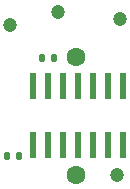
<source format=gbs>
%TF.GenerationSoftware,KiCad,Pcbnew,7.0.7*%
%TF.CreationDate,2023-12-15T10:49:53-05:00*%
%TF.ProjectId,Conference Circuit 1214,436f6e66-6572-4656-9e63-652043697263,rev?*%
%TF.SameCoordinates,Original*%
%TF.FileFunction,Soldermask,Bot*%
%TF.FilePolarity,Negative*%
%FSLAX46Y46*%
G04 Gerber Fmt 4.6, Leading zero omitted, Abs format (unit mm)*
G04 Created by KiCad (PCBNEW 7.0.7) date 2023-12-15 10:49:53*
%MOMM*%
%LPD*%
G01*
G04 APERTURE LIST*
G04 Aperture macros list*
%AMRoundRect*
0 Rectangle with rounded corners*
0 $1 Rounding radius*
0 $2 $3 $4 $5 $6 $7 $8 $9 X,Y pos of 4 corners*
0 Add a 4 corners polygon primitive as box body*
4,1,4,$2,$3,$4,$5,$6,$7,$8,$9,$2,$3,0*
0 Add four circle primitives for the rounded corners*
1,1,$1+$1,$2,$3*
1,1,$1+$1,$4,$5*
1,1,$1+$1,$6,$7*
1,1,$1+$1,$8,$9*
0 Add four rect primitives between the rounded corners*
20,1,$1+$1,$2,$3,$4,$5,0*
20,1,$1+$1,$4,$5,$6,$7,0*
20,1,$1+$1,$6,$7,$8,$9,0*
20,1,$1+$1,$8,$9,$2,$3,0*%
G04 Aperture macros list end*
%ADD10C,1.200000*%
%ADD11C,1.600200*%
%ADD12R,0.558800X2.286000*%
%ADD13RoundRect,0.135000X-0.135000X-0.185000X0.135000X-0.185000X0.135000X0.185000X-0.135000X0.185000X0*%
G04 APERTURE END LIST*
D10*
%TO.C,TP3*%
X151384000Y-91313000D03*
X151384000Y-91313000D03*
%TD*%
%TO.C,TP4*%
X160401000Y-104013000D03*
X160401000Y-104013000D03*
%TD*%
%TO.C,TP2*%
X155448000Y-90170000D03*
X155448000Y-90170000D03*
%TD*%
%TO.C,TP1*%
X160655000Y-90805000D03*
X160655000Y-90805000D03*
%TD*%
D11*
%TO.C,BT1*%
X156965000Y-93987595D03*
X156965000Y-103987595D03*
%TD*%
D12*
%TO.C,U1*%
X160909000Y-101447600D03*
X159639000Y-101447600D03*
X158369000Y-101447600D03*
X157099000Y-101447600D03*
X155829000Y-101447600D03*
X154559000Y-101447600D03*
X153289000Y-101447600D03*
X153289000Y-96418400D03*
X154559000Y-96418400D03*
X155829000Y-96418400D03*
X157099000Y-96418400D03*
X158369000Y-96418400D03*
X159639000Y-96418400D03*
X160909000Y-96418400D03*
%TD*%
D13*
%TO.C,R5*%
X154049000Y-94107000D03*
X155069000Y-94107000D03*
%TD*%
%TO.C,R2*%
X151128000Y-102362000D03*
X152148000Y-102362000D03*
%TD*%
M02*

</source>
